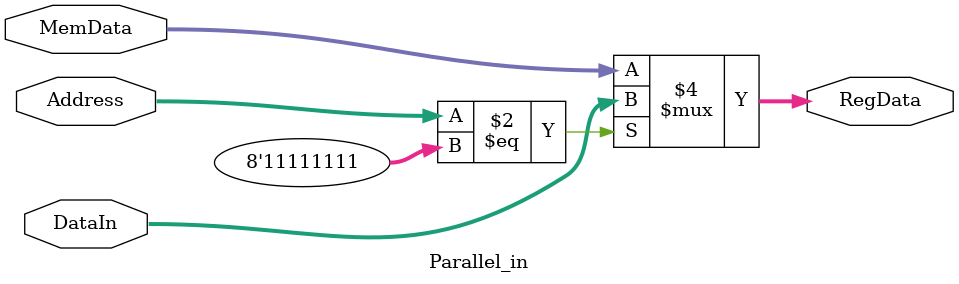
<source format=v>
module Parallel_in ( 
		     input [7:0] Address, MemData, DataIn,
		     output reg [7:0] RegData
);
	
	reg sel;
	always @(*) begin
		if (Address == 8'hff)
			RegData <= DataIn;
		else
			RegData <= MemData;	
	end

endmodule
</source>
